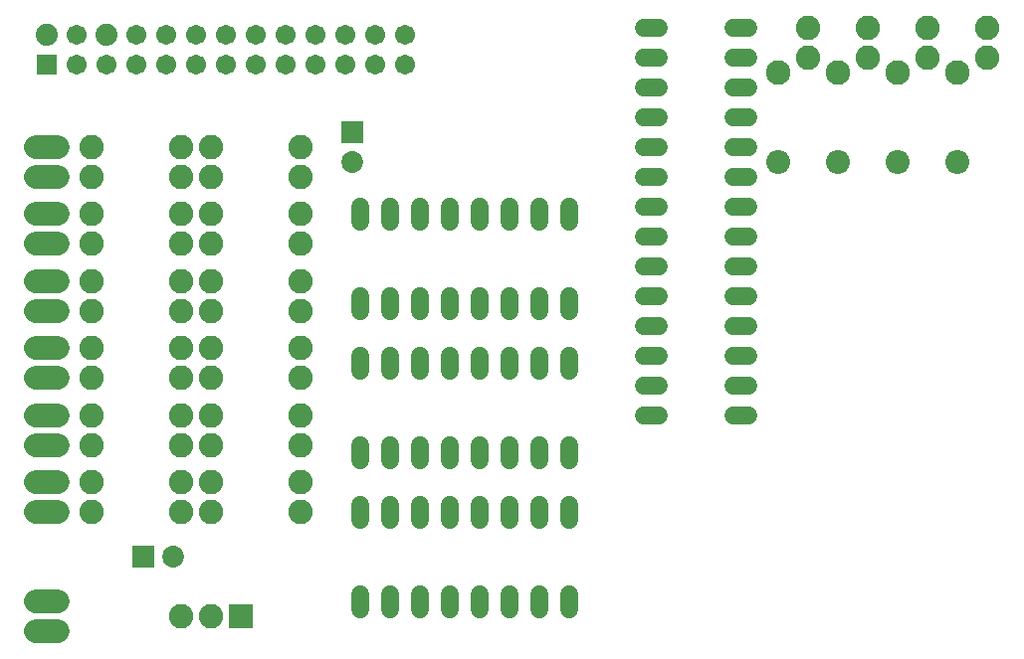
<source format=gbs>
G75*
%MOIN*%
%OFA0B0*%
%FSLAX24Y24*%
%IPPOS*%
%LPD*%
%AMOC8*
5,1,8,0,0,1.08239X$1,22.5*
%
%ADD10R,0.0674X0.0674*%
%ADD11C,0.0740*%
%ADD12C,0.0674*%
%ADD13C,0.0600*%
%ADD14C,0.0789*%
%ADD15C,0.0820*%
%ADD16R,0.0820X0.0820*%
%ADD17C,0.0806*%
%ADD18C,0.0825*%
%ADD19R,0.0730X0.0730*%
%ADD20C,0.0730*%
D10*
X006960Y020558D03*
D11*
X006960Y021558D03*
X008960Y021558D03*
D12*
X009960Y021558D03*
X010960Y021558D03*
X011960Y021558D03*
X012960Y021558D03*
X013960Y021558D03*
X014960Y021558D03*
X015960Y021558D03*
X016960Y021558D03*
X017960Y021558D03*
X018960Y021558D03*
X018960Y020558D03*
X017960Y020558D03*
X016960Y020558D03*
X015960Y020558D03*
X014960Y020558D03*
X013960Y020558D03*
X012960Y020558D03*
X011960Y020558D03*
X010960Y020558D03*
X009960Y020558D03*
X008960Y020558D03*
X007960Y020558D03*
X007960Y021558D03*
D13*
X017460Y015818D02*
X017460Y015298D01*
X018460Y015298D02*
X018460Y015818D01*
X019460Y015818D02*
X019460Y015298D01*
X020460Y015298D02*
X020460Y015818D01*
X021460Y015818D02*
X021460Y015298D01*
X022460Y015298D02*
X022460Y015818D01*
X023460Y015818D02*
X023460Y015298D01*
X024460Y015298D02*
X024460Y015818D01*
X026950Y015808D02*
X027470Y015808D01*
X027470Y014808D02*
X026950Y014808D01*
X026950Y013808D02*
X027470Y013808D01*
X027470Y012808D02*
X026950Y012808D01*
X026950Y011808D02*
X027470Y011808D01*
X027470Y010808D02*
X026950Y010808D01*
X026950Y009808D02*
X027470Y009808D01*
X027470Y008808D02*
X026950Y008808D01*
X024460Y007818D02*
X024460Y007298D01*
X023460Y007298D02*
X023460Y007818D01*
X022460Y007818D02*
X022460Y007298D01*
X021460Y007298D02*
X021460Y007818D01*
X020460Y007818D02*
X020460Y007298D01*
X019460Y007298D02*
X019460Y007818D01*
X018460Y007818D02*
X018460Y007298D01*
X017460Y007298D02*
X017460Y007818D01*
X017460Y005818D02*
X017460Y005298D01*
X018460Y005298D02*
X018460Y005818D01*
X019460Y005818D02*
X019460Y005298D01*
X020460Y005298D02*
X020460Y005818D01*
X021460Y005818D02*
X021460Y005298D01*
X022460Y005298D02*
X022460Y005818D01*
X023460Y005818D02*
X023460Y005298D01*
X024460Y005298D02*
X024460Y005818D01*
X024460Y002818D02*
X024460Y002298D01*
X023460Y002298D02*
X023460Y002818D01*
X022460Y002818D02*
X022460Y002298D01*
X021460Y002298D02*
X021460Y002818D01*
X020460Y002818D02*
X020460Y002298D01*
X019460Y002298D02*
X019460Y002818D01*
X018460Y002818D02*
X018460Y002298D01*
X017460Y002298D02*
X017460Y002818D01*
X017460Y010298D02*
X017460Y010818D01*
X018460Y010818D02*
X018460Y010298D01*
X019460Y010298D02*
X019460Y010818D01*
X020460Y010818D02*
X020460Y010298D01*
X021460Y010298D02*
X021460Y010818D01*
X022460Y010818D02*
X022460Y010298D01*
X023460Y010298D02*
X023460Y010818D01*
X024460Y010818D02*
X024460Y010298D01*
X024460Y012298D02*
X024460Y012818D01*
X023460Y012818D02*
X023460Y012298D01*
X022460Y012298D02*
X022460Y012818D01*
X021460Y012818D02*
X021460Y012298D01*
X020460Y012298D02*
X020460Y012818D01*
X019460Y012818D02*
X019460Y012298D01*
X018460Y012298D02*
X018460Y012818D01*
X017460Y012818D02*
X017460Y012298D01*
X026950Y016808D02*
X027470Y016808D01*
X027470Y017808D02*
X026950Y017808D01*
X026950Y018808D02*
X027470Y018808D01*
X027470Y019808D02*
X026950Y019808D01*
X026950Y020808D02*
X027470Y020808D01*
X027470Y021808D02*
X026950Y021808D01*
X029950Y021808D02*
X030470Y021808D01*
X030470Y020808D02*
X029950Y020808D01*
X029950Y019808D02*
X030470Y019808D01*
X030470Y018808D02*
X029950Y018808D01*
X029950Y017808D02*
X030470Y017808D01*
X030470Y016808D02*
X029950Y016808D01*
X029950Y015808D02*
X030470Y015808D01*
X030470Y014808D02*
X029950Y014808D01*
X029950Y013808D02*
X030470Y013808D01*
X030470Y012808D02*
X029950Y012808D01*
X029950Y011808D02*
X030470Y011808D01*
X030470Y010808D02*
X029950Y010808D01*
X029950Y009808D02*
X030470Y009808D01*
X030470Y008808D02*
X029950Y008808D01*
D14*
X007315Y001558D02*
X006606Y001558D01*
X006606Y002558D02*
X007315Y002558D01*
X007315Y005558D02*
X006606Y005558D01*
X006606Y006558D02*
X007315Y006558D01*
X007315Y007808D02*
X006606Y007808D01*
X006606Y008808D02*
X007315Y008808D01*
X007315Y010058D02*
X006606Y010058D01*
X006606Y011058D02*
X007315Y011058D01*
X007315Y012308D02*
X006606Y012308D01*
X006606Y013308D02*
X007315Y013308D01*
X007315Y014558D02*
X006606Y014558D01*
X006606Y015558D02*
X007315Y015558D01*
X007315Y016808D02*
X006606Y016808D01*
X006606Y017808D02*
X007315Y017808D01*
D15*
X008460Y017808D03*
X008460Y016808D03*
X008460Y015558D03*
X008460Y014558D03*
X008460Y013308D03*
X008460Y012308D03*
X008460Y011058D03*
X008460Y010058D03*
X008460Y008808D03*
X008460Y007808D03*
X008460Y006558D03*
X008460Y005558D03*
X011460Y005558D03*
X012460Y005558D03*
X012460Y006558D03*
X011460Y006558D03*
X011460Y007808D03*
X012460Y007808D03*
X012460Y008808D03*
X011460Y008808D03*
X011460Y010058D03*
X012460Y010058D03*
X012460Y011058D03*
X011460Y011058D03*
X011460Y012308D03*
X012460Y012308D03*
X012460Y013308D03*
X011460Y013308D03*
X011460Y014558D03*
X012460Y014558D03*
X012460Y015558D03*
X011460Y015558D03*
X011460Y016808D03*
X012460Y016808D03*
X012460Y017808D03*
X011460Y017808D03*
X015460Y017808D03*
X015460Y016808D03*
X015460Y015558D03*
X015460Y014558D03*
X015460Y013308D03*
X015460Y012308D03*
X015460Y011058D03*
X015460Y010058D03*
X015460Y008808D03*
X015460Y007808D03*
X015460Y006558D03*
X015460Y005558D03*
X012460Y002058D03*
X011460Y002058D03*
X032460Y020808D03*
X032460Y021808D03*
X034460Y021808D03*
X034460Y020808D03*
X036460Y020808D03*
X036460Y021808D03*
X038460Y021808D03*
X038460Y020808D03*
D16*
X013460Y002058D03*
D17*
X031460Y017308D03*
X033460Y017308D03*
X035460Y017308D03*
X037460Y017308D03*
D18*
X037460Y020308D03*
X035460Y020308D03*
X033460Y020308D03*
X031460Y020308D03*
D19*
X017210Y018308D03*
X010210Y004058D03*
D20*
X011210Y004058D03*
X017210Y017308D03*
M02*

</source>
